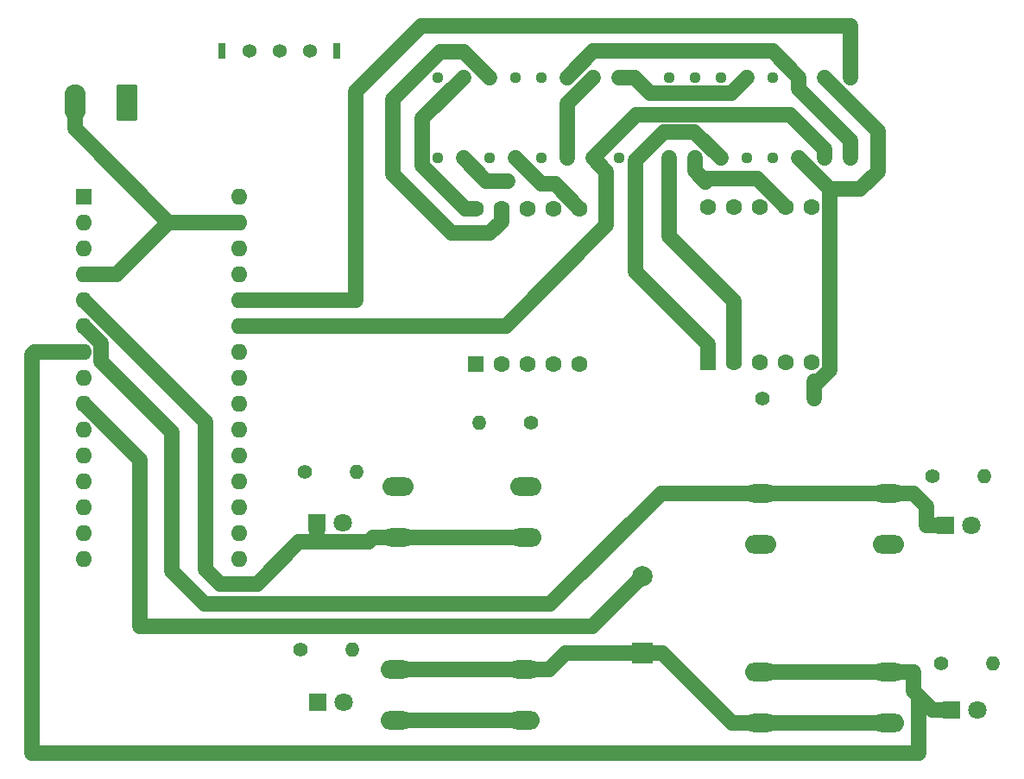
<source format=gtl>
G04 #@! TF.GenerationSoftware,KiCad,Pcbnew,(6.0.11)*
G04 #@! TF.CreationDate,2023-02-10T17:49:21-04:00*
G04 #@! TF.ProjectId,simon_dice_2_layer,73696d6f-6e5f-4646-9963-655f325f6c61,rev?*
G04 #@! TF.SameCoordinates,Original*
G04 #@! TF.FileFunction,Copper,L1,Top*
G04 #@! TF.FilePolarity,Positive*
%FSLAX46Y46*%
G04 Gerber Fmt 4.6, Leading zero omitted, Abs format (unit mm)*
G04 Created by KiCad (PCBNEW (6.0.11)) date 2023-02-10 17:49:21*
%MOMM*%
%LPD*%
G01*
G04 APERTURE LIST*
G04 Aperture macros list*
%AMRoundRect*
0 Rectangle with rounded corners*
0 $1 Rounding radius*
0 $2 $3 $4 $5 $6 $7 $8 $9 X,Y pos of 4 corners*
0 Add a 4 corners polygon primitive as box body*
4,1,4,$2,$3,$4,$5,$6,$7,$8,$9,$2,$3,0*
0 Add four circle primitives for the rounded corners*
1,1,$1+$1,$2,$3*
1,1,$1+$1,$4,$5*
1,1,$1+$1,$6,$7*
1,1,$1+$1,$8,$9*
0 Add four rect primitives between the rounded corners*
20,1,$1+$1,$2,$3,$4,$5,0*
20,1,$1+$1,$4,$5,$6,$7,0*
20,1,$1+$1,$6,$7,$8,$9,0*
20,1,$1+$1,$8,$9,$2,$3,0*%
G04 Aperture macros list end*
G04 #@! TA.AperFunction,ComponentPad*
%ADD10C,1.400000*%
G04 #@! TD*
G04 #@! TA.AperFunction,ComponentPad*
%ADD11O,1.400000X1.400000*%
G04 #@! TD*
G04 #@! TA.AperFunction,ComponentPad*
%ADD12O,3.048000X1.850000*%
G04 #@! TD*
G04 #@! TA.AperFunction,ComponentPad*
%ADD13R,1.800000X1.800000*%
G04 #@! TD*
G04 #@! TA.AperFunction,ComponentPad*
%ADD14C,1.800000*%
G04 #@! TD*
G04 #@! TA.AperFunction,ComponentPad*
%ADD15R,1.600000X1.600000*%
G04 #@! TD*
G04 #@! TA.AperFunction,ComponentPad*
%ADD16C,1.600000*%
G04 #@! TD*
G04 #@! TA.AperFunction,ComponentPad*
%ADD17O,1.600000X1.600000*%
G04 #@! TD*
G04 #@! TA.AperFunction,WasherPad*
%ADD18R,0.800000X1.600000*%
G04 #@! TD*
G04 #@! TA.AperFunction,ComponentPad*
%ADD19C,1.362000*%
G04 #@! TD*
G04 #@! TA.AperFunction,ComponentPad*
%ADD20R,1.130000X1.130000*%
G04 #@! TD*
G04 #@! TA.AperFunction,ComponentPad*
%ADD21C,1.130000*%
G04 #@! TD*
G04 #@! TA.AperFunction,ComponentPad*
%ADD22RoundRect,0.249999X0.790001X1.550001X-0.790001X1.550001X-0.790001X-1.550001X0.790001X-1.550001X0*%
G04 #@! TD*
G04 #@! TA.AperFunction,ComponentPad*
%ADD23O,2.080000X3.600000*%
G04 #@! TD*
G04 #@! TA.AperFunction,ComponentPad*
%ADD24R,2.000000X2.000000*%
G04 #@! TD*
G04 #@! TA.AperFunction,ComponentPad*
%ADD25C,2.000000*%
G04 #@! TD*
G04 #@! TA.AperFunction,ViaPad*
%ADD26C,0.800000*%
G04 #@! TD*
G04 #@! TA.AperFunction,Conductor*
%ADD27C,1.500000*%
G04 #@! TD*
G04 APERTURE END LIST*
D10*
X171060000Y-89600000D03*
D11*
X176140000Y-89600000D03*
D12*
X147660000Y-116245000D03*
X135160000Y-116245000D03*
X147660000Y-121245000D03*
X135160000Y-121245000D03*
D13*
X127360000Y-101840000D03*
D14*
X129900000Y-101840000D03*
D10*
X148386800Y-92024200D03*
D11*
X143306800Y-92024200D03*
D12*
X183440000Y-121500000D03*
X170940000Y-121500000D03*
X183440000Y-116500000D03*
X170940000Y-116500000D03*
D13*
X189635000Y-120240000D03*
D14*
X192175000Y-120240000D03*
D10*
X126170000Y-96840000D03*
D11*
X131250000Y-96840000D03*
D12*
X170895000Y-103940000D03*
X183395000Y-103940000D03*
X183395000Y-98940000D03*
X170895000Y-98940000D03*
X135355000Y-98305000D03*
X147855000Y-98305000D03*
X135355000Y-103305000D03*
X147855000Y-103305000D03*
D10*
X188570000Y-115640000D03*
D11*
X193650000Y-115640000D03*
D15*
X142963700Y-86212300D03*
D16*
X145503700Y-86212300D03*
X148043700Y-86212300D03*
X150583700Y-86212300D03*
X153123700Y-86212300D03*
X153123700Y-70972300D03*
X150583700Y-70972300D03*
X148043700Y-70972300D03*
X145503700Y-70972300D03*
X142963700Y-70972300D03*
D15*
X104500000Y-69790000D03*
D17*
X104500000Y-72330000D03*
X104500000Y-74870000D03*
X104500000Y-77410000D03*
X104500000Y-79950000D03*
X104500000Y-82490000D03*
X104500000Y-85030000D03*
X104500000Y-87570000D03*
X104500000Y-90110000D03*
X104500000Y-92650000D03*
X104500000Y-95190000D03*
X104500000Y-97730000D03*
X104500000Y-100270000D03*
X104500000Y-102810000D03*
X104500000Y-105350000D03*
X119740000Y-105350000D03*
X119740000Y-102810000D03*
X119740000Y-100270000D03*
X119740000Y-97730000D03*
X119740000Y-95190000D03*
X119740000Y-92650000D03*
X119740000Y-90110000D03*
X119740000Y-87570000D03*
X119740000Y-85030000D03*
X119740000Y-82490000D03*
X119740000Y-79950000D03*
X119740000Y-77410000D03*
X119740000Y-74870000D03*
X119740000Y-72330000D03*
X119740000Y-69790000D03*
D18*
X129337500Y-55500000D03*
X118037500Y-55500000D03*
D19*
X126737500Y-55500000D03*
X123737500Y-55500000D03*
X120737500Y-55500000D03*
D10*
X187770000Y-97240000D03*
D11*
X192850000Y-97240000D03*
D20*
X179695000Y-58100000D03*
D21*
X177155000Y-58100000D03*
X174615000Y-58100000D03*
X172075000Y-58100000D03*
X169535000Y-58100000D03*
X166995000Y-58100000D03*
X164455000Y-58100000D03*
X161915000Y-58100000D03*
X161915000Y-66040000D03*
X164455000Y-66040000D03*
X166995000Y-66040000D03*
X169535000Y-66040000D03*
X172075000Y-66040000D03*
X174615000Y-66040000D03*
X177155000Y-66040000D03*
X179695000Y-66040000D03*
D10*
X125770000Y-114240000D03*
D11*
X130850000Y-114240000D03*
D20*
X156995000Y-58100000D03*
D21*
X154455000Y-58100000D03*
X151915000Y-58100000D03*
X149375000Y-58100000D03*
X146835000Y-58100000D03*
X144295000Y-58100000D03*
X141755000Y-58100000D03*
X139215000Y-58100000D03*
X139215000Y-66040000D03*
X141755000Y-66040000D03*
X144295000Y-66040000D03*
X146835000Y-66040000D03*
X149375000Y-66040000D03*
X151915000Y-66040000D03*
X154455000Y-66040000D03*
X156995000Y-66040000D03*
D15*
X165725000Y-86077500D03*
D16*
X168265000Y-86077500D03*
X170805000Y-86077500D03*
X173345000Y-86077500D03*
X175885000Y-86077500D03*
X175885000Y-70837500D03*
X173345000Y-70837500D03*
X170805000Y-70837500D03*
X168265000Y-70837500D03*
X165725000Y-70837500D03*
D22*
X108740000Y-60577500D03*
D23*
X103660000Y-60577500D03*
D24*
X159310000Y-114640000D03*
D25*
X159310000Y-107040000D03*
D13*
X189035000Y-102040000D03*
D14*
X191575000Y-102040000D03*
D13*
X127435000Y-119440000D03*
D14*
X129975000Y-119440000D03*
D26*
X146102800Y-68269000D03*
D27*
X177662100Y-69087100D02*
X174615000Y-66040000D01*
X147660000Y-116245000D02*
X150134300Y-116245000D01*
X159310000Y-114640000D02*
X161260300Y-114640000D01*
X183440000Y-121500000D02*
X170940000Y-121500000D01*
X161260300Y-114640000D02*
X168120300Y-121500000D01*
X177662100Y-86842600D02*
X177662100Y-69087100D01*
X176140000Y-89600000D02*
X176140000Y-87949700D01*
X135160000Y-116245000D02*
X147660000Y-116245000D01*
X180662900Y-69087100D02*
X177662100Y-69087100D01*
X182400000Y-63345000D02*
X182400000Y-67350000D01*
X159310000Y-114640000D02*
X151739300Y-114640000D01*
X177155000Y-58100000D02*
X182400000Y-63345000D01*
X107750000Y-77410000D02*
X112830000Y-72330000D01*
X176555000Y-87949700D02*
X177662100Y-86842600D01*
X151739300Y-114640000D02*
X150134300Y-116245000D01*
X154455000Y-58100000D02*
X151915000Y-60640000D01*
X182400000Y-67350000D02*
X180662900Y-69087100D01*
X151915000Y-60640000D02*
X151915000Y-66040000D01*
X168120300Y-121500000D02*
X170940000Y-121500000D01*
X112830000Y-72330000D02*
X119740000Y-72330000D01*
X103660000Y-60577500D02*
X103660000Y-63160000D01*
X103660000Y-63160000D02*
X112830000Y-72330000D01*
X104500000Y-77410000D02*
X107750000Y-77410000D01*
X176140000Y-87949700D02*
X176555000Y-87949700D01*
X116489300Y-91939300D02*
X116489300Y-106389300D01*
X117900000Y-107800000D02*
X121500000Y-107800000D01*
X127360000Y-101840000D02*
X127360000Y-103690300D01*
X132880700Y-103305000D02*
X132495400Y-103690300D01*
X147855000Y-103305000D02*
X135355000Y-103305000D01*
X125609700Y-103690300D02*
X127360000Y-103690300D01*
X104500000Y-79950000D02*
X116489300Y-91939300D01*
X132495400Y-103690300D02*
X127360000Y-103690300D01*
X116489300Y-106389300D02*
X117900000Y-107800000D01*
X135355000Y-103305000D02*
X132880700Y-103305000D01*
X121500000Y-107800000D02*
X125609700Y-103690300D01*
X187184700Y-100255400D02*
X185869300Y-98940000D01*
X113150000Y-106600000D02*
X116350000Y-109800000D01*
X187184700Y-102040000D02*
X187184700Y-100255400D01*
X161122100Y-98940000D02*
X170895000Y-98940000D01*
X104500000Y-82490000D02*
X106250000Y-84240000D01*
X150262100Y-109800000D02*
X161122100Y-98940000D01*
X106250000Y-84240000D02*
X106250000Y-86000000D01*
X183395000Y-98940000D02*
X185869300Y-98940000D01*
X183395000Y-98940000D02*
X170895000Y-98940000D01*
X106250000Y-86000000D02*
X113150000Y-92900000D01*
X189035000Y-102040000D02*
X187184700Y-102040000D01*
X113150000Y-92900000D02*
X113150000Y-106600000D01*
X116350000Y-109800000D02*
X150262100Y-109800000D01*
X186597350Y-119052650D02*
X186400000Y-119250000D01*
X189635000Y-120240000D02*
X187784700Y-120240000D01*
X99450000Y-85300000D02*
X99720000Y-85030000D01*
X183440000Y-116500000D02*
X180965700Y-116500000D01*
X183440000Y-116500000D02*
X185914300Y-116500000D01*
X185914300Y-118369600D02*
X185914300Y-116500000D01*
X99720000Y-85030000D02*
X104500000Y-85030000D01*
X186400000Y-124400000D02*
X99450000Y-124400000D01*
X187784700Y-120240000D02*
X186597350Y-119052650D01*
X186400000Y-119250000D02*
X186400000Y-124400000D01*
X186597350Y-119052650D02*
X185914300Y-118369600D01*
X99450000Y-124400000D02*
X99450000Y-85300000D01*
X170940000Y-116500000D02*
X180965700Y-116500000D01*
X135160000Y-121245000D02*
X147660000Y-121245000D01*
X110000000Y-95610000D02*
X110000000Y-111950000D01*
X110000000Y-111950000D02*
X154400000Y-111950000D01*
X154400000Y-111950000D02*
X159310000Y-107040000D01*
X104500000Y-90110000D02*
X110000000Y-95610000D01*
X154455000Y-66040000D02*
X155750000Y-67335000D01*
X177155000Y-66040000D02*
X177155000Y-65155000D01*
X145910000Y-82490000D02*
X119740000Y-82490000D01*
X173750000Y-61750000D02*
X158745000Y-61750000D01*
X177155000Y-65155000D02*
X173750000Y-61750000D01*
X158745000Y-61750000D02*
X154455000Y-66040000D01*
X155750000Y-67335000D02*
X155750000Y-72650000D01*
X155750000Y-72650000D02*
X145910000Y-82490000D01*
X137650000Y-53050000D02*
X131200000Y-59500000D01*
X179695000Y-53050000D02*
X137650000Y-53050000D01*
X131200000Y-59500000D02*
X131200000Y-79950000D01*
X179695000Y-58100000D02*
X179695000Y-53050000D01*
X131200000Y-79950000D02*
X119740000Y-79950000D01*
X174615000Y-58100000D02*
X174615000Y-59265000D01*
X179695000Y-64345000D02*
X179695000Y-66040000D01*
X172065000Y-55550000D02*
X154465000Y-55550000D01*
X154465000Y-55550000D02*
X151915000Y-58100000D01*
X174615000Y-59265000D02*
X179695000Y-64345000D01*
X174615000Y-58100000D02*
X172065000Y-55550000D01*
X156995000Y-58100000D02*
X158510300Y-58100000D01*
X158510300Y-58100000D02*
X160053300Y-59643000D01*
X167992000Y-59643000D02*
X169535000Y-58100000D01*
X160053300Y-59643000D02*
X167992000Y-59643000D01*
X134850000Y-60263700D02*
X139513700Y-55600000D01*
X140600000Y-73400000D02*
X134850000Y-67650000D01*
X145503700Y-70972300D02*
X145503700Y-72246300D01*
X139513700Y-55600000D02*
X141795000Y-55600000D01*
X145503700Y-72246300D02*
X144350000Y-73400000D01*
X141795000Y-55600000D02*
X144295000Y-58100000D01*
X144350000Y-73400000D02*
X140600000Y-73400000D01*
X134850000Y-67650000D02*
X134850000Y-60263700D01*
X137697600Y-66745100D02*
X137697600Y-62157400D01*
X141924800Y-70972300D02*
X137697600Y-66745100D01*
X137697600Y-62157400D02*
X141755000Y-58100000D01*
X142963700Y-70972300D02*
X141924800Y-70972300D01*
X141755000Y-66040000D02*
X143984000Y-68269000D01*
X143984000Y-68269000D02*
X146102800Y-68269000D01*
X150728400Y-68577000D02*
X153123700Y-70972300D01*
X146835000Y-66040000D02*
X149372000Y-68577000D01*
X149372000Y-68577000D02*
X150728400Y-68577000D01*
X168265000Y-80093300D02*
X161915000Y-73743300D01*
X168265000Y-86077500D02*
X168265000Y-80093300D01*
X161915000Y-73743300D02*
X161915000Y-66040000D01*
X170570100Y-68062600D02*
X165787400Y-68062600D01*
X165500000Y-68350000D02*
X164455000Y-67305000D01*
X173345000Y-70837500D02*
X170570100Y-68062600D01*
X164455000Y-67305000D02*
X164455000Y-66040000D01*
X165787400Y-68062600D02*
X165500000Y-68350000D01*
X165725000Y-86077500D02*
X165725000Y-84327200D01*
X165725000Y-84327200D02*
X158600000Y-77202200D01*
X164405000Y-63450000D02*
X166995000Y-66040000D01*
X161450000Y-63450000D02*
X164405000Y-63450000D01*
X158600000Y-66300000D02*
X161450000Y-63450000D01*
X158600000Y-77202200D02*
X158600000Y-66300000D01*
M02*

</source>
